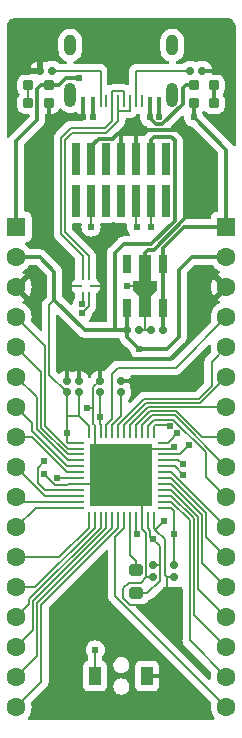
<source format=gtl>
G04 #@! TF.GenerationSoftware,KiCad,Pcbnew,7.0.1*
G04 #@! TF.CreationDate,2023-03-20T20:29:13+09:00*
G04 #@! TF.ProjectId,EB-STM32U575CIU6Q,45422d53-544d-4333-9255-353735434955,V1.0*
G04 #@! TF.SameCoordinates,Original*
G04 #@! TF.FileFunction,Copper,L1,Top*
G04 #@! TF.FilePolarity,Positive*
%FSLAX46Y46*%
G04 Gerber Fmt 4.6, Leading zero omitted, Abs format (unit mm)*
G04 Created by KiCad (PCBNEW 7.0.1) date 2023-03-20 20:29:13*
%MOMM*%
%LPD*%
G01*
G04 APERTURE LIST*
G04 Aperture macros list*
%AMRoundRect*
0 Rectangle with rounded corners*
0 $1 Rounding radius*
0 $2 $3 $4 $5 $6 $7 $8 $9 X,Y pos of 4 corners*
0 Add a 4 corners polygon primitive as box body*
4,1,4,$2,$3,$4,$5,$6,$7,$8,$9,$2,$3,0*
0 Add four circle primitives for the rounded corners*
1,1,$1+$1,$2,$3*
1,1,$1+$1,$4,$5*
1,1,$1+$1,$6,$7*
1,1,$1+$1,$8,$9*
0 Add four rect primitives between the rounded corners*
20,1,$1+$1,$2,$3,$4,$5,0*
20,1,$1+$1,$4,$5,$6,$7,0*
20,1,$1+$1,$6,$7,$8,$9,0*
20,1,$1+$1,$8,$9,$2,$3,0*%
%AMFreePoly0*
4,1,13,0.900000,0.500000,2.600000,0.500000,2.600000,-0.500000,0.900000,-0.500000,0.400000,-1.000000,-0.400000,-1.000000,-0.400000,-0.500000,-2.600000,-0.500000,-2.600000,0.500000,-0.400000,0.500000,-0.400000,1.000000,0.400000,1.000000,0.900000,0.500000,0.900000,0.500000,$1*%
G04 Aperture macros list end*
G04 #@! TA.AperFunction,ComponentPad*
%ADD10O,1.000000X1.800000*%
G04 #@! TD*
G04 #@! TA.AperFunction,ComponentPad*
%ADD11O,1.000000X2.100000*%
G04 #@! TD*
G04 #@! TA.AperFunction,SMDPad,CuDef*
%ADD12R,0.450000X0.940000*%
G04 #@! TD*
G04 #@! TA.AperFunction,SMDPad,CuDef*
%ADD13R,0.150000X1.140000*%
G04 #@! TD*
G04 #@! TA.AperFunction,ComponentPad*
%ADD14R,1.600000X1.600000*%
G04 #@! TD*
G04 #@! TA.AperFunction,ComponentPad*
%ADD15C,1.600000*%
G04 #@! TD*
G04 #@! TA.AperFunction,SMDPad,CuDef*
%ADD16R,0.700000X1.500000*%
G04 #@! TD*
G04 #@! TA.AperFunction,SMDPad,CuDef*
%ADD17FreePoly0,270.000000*%
G04 #@! TD*
G04 #@! TA.AperFunction,SMDPad,CuDef*
%ADD18R,0.650000X2.770000*%
G04 #@! TD*
G04 #@! TA.AperFunction,SMDPad,CuDef*
%ADD19RoundRect,0.250000X-0.350000X0.250000X-0.350000X-0.250000X0.350000X-0.250000X0.350000X0.250000X0*%
G04 #@! TD*
G04 #@! TA.AperFunction,SMDPad,CuDef*
%ADD20RoundRect,0.150000X-0.150000X0.150000X-0.150000X-0.150000X0.150000X-0.150000X0.150000X0.150000X0*%
G04 #@! TD*
G04 #@! TA.AperFunction,SMDPad,CuDef*
%ADD21RoundRect,0.150000X0.150000X-0.150000X0.150000X0.150000X-0.150000X0.150000X-0.150000X-0.150000X0*%
G04 #@! TD*
G04 #@! TA.AperFunction,SMDPad,CuDef*
%ADD22RoundRect,0.200000X0.250000X0.200000X-0.250000X0.200000X-0.250000X-0.200000X0.250000X-0.200000X0*%
G04 #@! TD*
G04 #@! TA.AperFunction,SMDPad,CuDef*
%ADD23R,1.000000X1.600000*%
G04 #@! TD*
G04 #@! TA.AperFunction,SMDPad,CuDef*
%ADD24RoundRect,0.150000X-0.150000X-0.150000X0.150000X-0.150000X0.150000X0.150000X-0.150000X0.150000X0*%
G04 #@! TD*
G04 #@! TA.AperFunction,SMDPad,CuDef*
%ADD25RoundRect,0.200000X-0.250000X-0.200000X0.250000X-0.200000X0.250000X0.200000X-0.250000X0.200000X0*%
G04 #@! TD*
G04 #@! TA.AperFunction,SMDPad,CuDef*
%ADD26RoundRect,0.150000X0.150000X0.150000X-0.150000X0.150000X-0.150000X-0.150000X0.150000X-0.150000X0*%
G04 #@! TD*
G04 #@! TA.AperFunction,SMDPad,CuDef*
%ADD27R,0.200000X0.400000*%
G04 #@! TD*
G04 #@! TA.AperFunction,SMDPad,CuDef*
%ADD28R,0.400000X0.200000*%
G04 #@! TD*
G04 #@! TA.AperFunction,SMDPad,CuDef*
%ADD29R,0.800000X0.150000*%
G04 #@! TD*
G04 #@! TA.AperFunction,SMDPad,CuDef*
%ADD30R,0.150000X0.800000*%
G04 #@! TD*
G04 #@! TA.AperFunction,SMDPad,CuDef*
%ADD31R,5.300000X5.300000*%
G04 #@! TD*
G04 #@! TA.AperFunction,ViaPad*
%ADD32C,0.609600*%
G04 #@! TD*
G04 #@! TA.AperFunction,Conductor*
%ADD33C,0.304800*%
G04 #@! TD*
G04 #@! TA.AperFunction,Conductor*
%ADD34C,0.203200*%
G04 #@! TD*
G04 #@! TA.AperFunction,Conductor*
%ADD35C,0.152400*%
G04 #@! TD*
G04 APERTURE END LIST*
D10*
X4320000Y15400000D03*
D11*
X-4320000Y11220000D03*
D10*
X-4320000Y15400000D03*
D12*
X3200000Y10550000D03*
X2400000Y10550000D03*
D13*
X1250000Y10650000D03*
X250000Y10650000D03*
X-250000Y10650000D03*
X-1250000Y10650000D03*
D12*
X-2400000Y10550000D03*
X-3200000Y10550000D03*
X-3200000Y10550000D03*
X-2400000Y10550000D03*
D13*
X-1750000Y10650000D03*
X-750000Y10650000D03*
X750000Y10650000D03*
X1750000Y10650000D03*
D12*
X2400000Y10550000D03*
X3200000Y10550000D03*
D11*
X4320000Y11220000D03*
D14*
X8890000Y0D03*
D15*
X8890000Y-2540000D03*
X8890000Y-5080000D03*
X8890000Y-7620000D03*
X8890000Y-10160000D03*
X8890000Y-12700000D03*
X8890000Y-15240000D03*
X8890000Y-17780000D03*
X8890000Y-20320000D03*
X8890000Y-22860000D03*
X8890000Y-25400000D03*
X8890000Y-27940000D03*
X8890000Y-30480000D03*
X8890000Y-33020000D03*
X8890000Y-35560000D03*
X8890000Y-38100000D03*
X8890000Y-40640000D03*
D16*
X3500000Y-3150000D03*
D17*
X2000000Y-5000000D03*
D16*
X500000Y-3150000D03*
X500000Y-6850000D03*
X3500000Y-6850000D03*
D18*
X3810000Y5778000D03*
X3810000Y2222000D03*
X2540000Y5778000D03*
X2540000Y2222000D03*
X1270000Y5778000D03*
X1270000Y2222000D03*
X0Y5778000D03*
X0Y2222000D03*
X-1270000Y5778000D03*
X-1270000Y2222000D03*
X-2540000Y5778000D03*
X-2540000Y2222000D03*
X-3810000Y5778000D03*
X-3810000Y2222000D03*
D19*
X1250000Y-29000000D03*
X1250000Y-31000000D03*
D20*
X2700000Y-28650000D03*
X2700000Y-29650000D03*
D21*
X0Y-14000000D03*
X0Y-13000000D03*
D22*
X7850000Y12000000D03*
X6150000Y12000000D03*
D23*
X-2200000Y-38000000D03*
X2200000Y-38000000D03*
D24*
X500000Y-8700000D03*
X1500000Y-8700000D03*
D21*
X-4600000Y-14000000D03*
X-4600000Y-13000000D03*
D24*
X5850000Y13250000D03*
X6850000Y13250000D03*
D20*
X4500000Y-28650000D03*
X4500000Y-29650000D03*
D25*
X6150000Y10500000D03*
X7850000Y10500000D03*
D21*
X-3600000Y-14000000D03*
X-3600000Y-13000000D03*
D14*
X-8890000Y0D03*
D15*
X-8890000Y-2540000D03*
X-8890000Y-5080000D03*
X-8890000Y-7620000D03*
X-8890000Y-10160000D03*
X-8890000Y-12700000D03*
X-8890000Y-15240000D03*
X-8890000Y-17780000D03*
X-8890000Y-20320000D03*
X-8890000Y-22860000D03*
X-8890000Y-25400000D03*
X-8890000Y-27940000D03*
X-8890000Y-30480000D03*
X-8890000Y-33020000D03*
X-8890000Y-35560000D03*
X-8890000Y-38100000D03*
X-8890000Y-40640000D03*
D22*
X-6150000Y12000000D03*
X-7850000Y12000000D03*
D26*
X3500000Y-8700000D03*
X2500000Y-8700000D03*
X-5850000Y13250000D03*
X-6850000Y13250000D03*
D27*
X-3275000Y-4350000D03*
X-2725000Y-4350000D03*
D28*
X-2500000Y-5000000D03*
D27*
X-2725000Y-5650000D03*
X-3275000Y-5650000D03*
D28*
X-3500000Y-5000000D03*
D29*
X-3450000Y-18250000D03*
X-3450000Y-18750000D03*
X-3450000Y-19250000D03*
X-3450000Y-19750000D03*
X-3450000Y-20250000D03*
X-3450000Y-20750000D03*
X-3450000Y-21250000D03*
X-3450000Y-21750000D03*
X-3450000Y-22250000D03*
X-3450000Y-22750000D03*
X-3450000Y-23250000D03*
X-3450000Y-23750000D03*
D30*
X-2750000Y-24450000D03*
X-2250000Y-24450000D03*
X-1750000Y-24450000D03*
X-1250000Y-24450000D03*
X-750000Y-24450000D03*
X-250000Y-24450000D03*
X250000Y-24450000D03*
X750000Y-24450000D03*
X1250000Y-24450000D03*
X1750000Y-24450000D03*
X2250000Y-24450000D03*
X2750000Y-24450000D03*
D29*
X3450000Y-23750000D03*
X3450000Y-23250000D03*
X3450000Y-22750000D03*
X3450000Y-22250000D03*
X3450000Y-21750000D03*
X3450000Y-21250000D03*
X3450000Y-20750000D03*
X3450000Y-20250000D03*
X3450000Y-19750000D03*
X3450000Y-19250000D03*
X3450000Y-18750000D03*
X3450000Y-18250000D03*
D30*
X2750000Y-17550000D03*
X2250000Y-17550000D03*
X1750000Y-17550000D03*
X1250000Y-17550000D03*
X750000Y-17550000D03*
X250000Y-17550000D03*
X-250000Y-17550000D03*
X-750000Y-17550000D03*
X-1250000Y-17550000D03*
X-1750000Y-17550000D03*
X-2250000Y-17550000D03*
D31*
X0Y-21000000D03*
D30*
X-2750000Y-17550000D03*
D22*
X-6150000Y10500000D03*
X-7850000Y10500000D03*
D21*
X-1800000Y-14000000D03*
X-1800000Y-13000000D03*
D32*
X6150000Y9300000D03*
X-3550000Y12650000D03*
X900000Y-13000000D03*
X1000000Y8500000D03*
X-5000000Y-10500000D03*
X8000000Y16000000D03*
X-6500000Y4000000D03*
X5900000Y-12800000D03*
X3600000Y-24900000D03*
X-6500000Y-20900000D03*
X-2900000Y-15300000D03*
X0Y0D03*
X4500000Y-18600000D03*
X4500000Y-31000000D03*
X-5000000Y-40000000D03*
X6500000Y4000000D03*
X3200000Y9300000D03*
X500000Y-5000000D03*
X-1500000Y-10500000D03*
X-3200000Y9300000D03*
X-8000000Y16000000D03*
X-1500000Y-5000000D03*
X5000000Y-40000000D03*
X-6500000Y-19800000D03*
X1550000Y-10350000D03*
X4500000Y-26000000D03*
X4738775Y-17461225D03*
X-4600000Y-17400000D03*
X1350000Y-26000000D03*
X2700000Y-26450000D03*
X-1795700Y-16050000D03*
X-2400000Y9300000D03*
X2400000Y9300000D03*
X2550000Y0D03*
X5738775Y-18461225D03*
X4113775Y-16865100D03*
X1300000Y0D03*
X-2550000Y0D03*
X-5400000Y-21250000D03*
X-2200000Y-35800000D03*
X5239778Y-20960222D03*
X-3300000Y-7300000D03*
X5200000Y-20100000D03*
X-3300000Y-6500000D03*
D33*
X-8890000Y7260000D02*
X-7095200Y9054800D01*
X-5300000Y12000000D02*
X-6150000Y12000000D01*
X3500000Y-6850000D02*
X3500000Y-8700000D01*
X6150000Y10500000D02*
X6150000Y9300000D01*
X8890000Y0D02*
X8890000Y6560000D01*
X-6800000Y12000000D02*
X-6150000Y12000000D01*
X5293156Y0D02*
X3500000Y-1793156D01*
X8890000Y0D02*
X5293156Y0D01*
X-7095200Y11704800D02*
X-6800000Y12000000D01*
X-8890000Y0D02*
X-8890000Y7260000D01*
X8890000Y6560000D02*
X6150000Y9300000D01*
X-4650000Y12650000D02*
X-5300000Y12000000D01*
X3500000Y-1793156D02*
X3500000Y-3150000D01*
X-3550000Y12650000D02*
X-4650000Y12650000D01*
X-7095200Y9054800D02*
X-7095200Y11704800D01*
X3500000Y-3150000D02*
X3500000Y-6850000D01*
X5400000Y753422D02*
X5400000Y7500000D01*
D34*
X3900000Y-29650000D02*
X3900000Y-30650000D01*
X-2354000Y-16696000D02*
X-2354000Y-15300000D01*
D35*
X1750000Y-24450000D02*
X1750000Y-25450000D01*
D33*
X-4600000Y-13000000D02*
X-4600000Y-11750000D01*
X-6150000Y10500000D02*
X-6150000Y9350000D01*
X-330000Y7850000D02*
X-712200Y7467800D01*
D35*
X-2250000Y-17550000D02*
X-2250000Y-18750000D01*
D34*
X3900000Y-30650000D02*
X2550000Y-32000000D01*
D35*
X-3450000Y-21750000D02*
X-750000Y-21750000D01*
D34*
X2770000Y-25517106D02*
X2770000Y-25450000D01*
D33*
X2000000Y-2200000D02*
X2292800Y-1907200D01*
D35*
X3450000Y-18750000D02*
X4350000Y-18750000D01*
X1750000Y-22750000D02*
X0Y-21000000D01*
D34*
X3600000Y-24900000D02*
X2876447Y-25623553D01*
D33*
X2200000Y-38000000D02*
X3700000Y-38000000D01*
X-1500000Y-10500000D02*
X-850000Y-11150000D01*
D35*
X-2250000Y-18750000D02*
X0Y-21000000D01*
X3450000Y-18750000D02*
X2250000Y-18750000D01*
D34*
X2876447Y-25623553D02*
X2770000Y-25517106D01*
D33*
X2080000Y8200000D02*
X1730000Y7850000D01*
D35*
X2750000Y-24450000D02*
X2750000Y-25430000D01*
D33*
X-712200Y7467800D02*
X-1899800Y7467800D01*
D35*
X-750000Y-21750000D02*
X0Y-21000000D01*
D33*
X-1899800Y7467800D02*
X-2540000Y6827600D01*
X6450000Y-8950000D02*
X6450000Y-8800000D01*
X-6100000Y9300000D02*
X-3200000Y9300000D01*
D34*
X-4540000Y-21750000D02*
X-4598800Y-21808800D01*
X2550000Y-32000000D02*
X752894Y-32000000D01*
X2000000Y-5000000D02*
X500000Y-5000000D01*
D33*
X7950000Y13250000D02*
X8000000Y13300000D01*
X8000000Y13300000D02*
X8000000Y16000000D01*
D35*
X2750000Y-25430000D02*
X2770000Y-25450000D01*
D33*
X4700000Y8200000D02*
X2080000Y8200000D01*
X2292800Y-1907200D02*
X2739378Y-1907200D01*
D34*
X2000000Y-8700000D02*
X2500000Y-8700000D01*
D35*
X2250000Y-18750000D02*
X0Y-21000000D01*
D33*
X0Y7850000D02*
X0Y5778000D01*
X-6150000Y9350000D02*
X-6100000Y9300000D01*
X5400000Y7500000D02*
X4700000Y8200000D01*
X-3200000Y10650000D02*
X-3200000Y9300000D01*
D34*
X3900000Y-29650000D02*
X3700000Y-29450000D01*
X2104000Y-25879000D02*
X1750000Y-25525000D01*
D33*
X4250000Y-11150000D02*
X6450000Y-8950000D01*
X-2540000Y6827600D02*
X-2540000Y5778000D01*
X1270000Y5778000D02*
X1270000Y7850000D01*
D34*
X-2500000Y-5000000D02*
X-1500000Y-5000000D01*
X752894Y-32000000D02*
X150000Y-31397106D01*
X1750000Y-25525000D02*
X1750000Y-25450000D01*
D33*
X3200000Y10650000D02*
X3200000Y9300000D01*
X6850000Y13250000D02*
X7950000Y13250000D01*
X1730000Y7850000D02*
X-330000Y7850000D01*
D34*
X2100000Y-29650000D02*
X2700000Y-29650000D01*
D33*
X2000000Y-5000000D02*
X2000000Y-2200000D01*
D34*
X-6500000Y-20940263D02*
X-6500000Y-20900000D01*
D35*
X1750000Y-24450000D02*
X1750000Y-22750000D01*
D34*
X-3500000Y-5000000D02*
X-4500000Y-5000000D01*
D33*
X-1800000Y-13000000D02*
X-1800000Y-11900000D01*
D35*
X-3450000Y-21750000D02*
X-4540000Y-21750000D01*
D33*
X2739378Y-1907200D02*
X5400000Y753422D01*
D34*
X3700000Y-29450000D02*
X3700000Y-26447106D01*
X-2354000Y-13554000D02*
X-1800000Y-13000000D01*
D33*
X-850000Y-11150000D02*
X4250000Y-11150000D01*
D34*
X1500000Y-8700000D02*
X2000000Y-8700000D01*
X2000000Y-5000000D02*
X2000000Y-8700000D01*
X-4598800Y-21808800D02*
X-5631463Y-21808800D01*
D35*
X-2250000Y-17550000D02*
X-2250000Y-16800000D01*
X4350000Y-18750000D02*
X4500000Y-18600000D01*
D34*
X4500000Y-29650000D02*
X3900000Y-29650000D01*
X150000Y-30600000D02*
X650000Y-30100000D01*
X150000Y-31397106D02*
X150000Y-30600000D01*
X2700000Y-29650000D02*
X2104000Y-29650000D01*
D33*
X0Y-13000000D02*
X900000Y-13000000D01*
D34*
X-2250000Y-16800000D02*
X-2354000Y-16696000D01*
X-2354000Y-15300000D02*
X-2354000Y-13554000D01*
D33*
X-3600000Y-13000000D02*
X-3600000Y-11800000D01*
D34*
X650000Y-30100000D02*
X1650000Y-30100000D01*
X1650000Y-30100000D02*
X2100000Y-29650000D01*
X3700000Y-26447106D02*
X2876447Y-25623553D01*
X2104000Y-29650000D02*
X2104000Y-25879000D01*
X-2900000Y-15300000D02*
X-2354000Y-15300000D01*
X-5631463Y-21808800D02*
X-6500000Y-20940263D01*
D33*
X-3100000Y-8700000D02*
X-5650000Y-6150000D01*
X2550000Y-1450000D02*
X200000Y-1450000D01*
D35*
X-3450000Y-18250000D02*
X-4535530Y-18250000D01*
D34*
X-3600000Y-16000000D02*
X-4600000Y-16000000D01*
D33*
X4550000Y7357600D02*
X4550000Y550000D01*
D34*
X-4600000Y-17400000D02*
X-4600000Y-16000000D01*
X-4600000Y-16000000D02*
X-4600000Y-14000000D01*
X-4600000Y-14000000D02*
X-6094400Y-12505600D01*
D33*
X500000Y-8700000D02*
X500000Y-6850000D01*
D34*
X1250000Y-25900000D02*
X1350000Y-26000000D01*
D35*
X-2750000Y-17550000D02*
X-2750000Y-16850000D01*
D34*
X1250000Y-25440000D02*
X1250000Y-25900000D01*
D33*
X500000Y-8700000D02*
X500000Y-9300000D01*
X4900000Y-9300000D02*
X4900000Y-3600000D01*
X2800000Y7650000D02*
X4257600Y7650000D01*
D35*
X1250000Y-24450000D02*
X1250000Y-25440000D01*
D34*
X-4535530Y-18250000D02*
X-4600000Y-18185530D01*
D33*
X4550000Y550000D02*
X2550000Y-1450000D01*
D34*
X4500000Y-24027364D02*
X4500000Y-26000000D01*
X4500000Y-26000000D02*
X4500000Y-28650000D01*
D33*
X200000Y-1450000D02*
X-550000Y-2200000D01*
X1550000Y-10350000D02*
X3850000Y-10350000D01*
X2540000Y5778000D02*
X2540000Y7390000D01*
D34*
X-2750000Y-16850000D02*
X-3600000Y-16000000D01*
D33*
X2540000Y7390000D02*
X2800000Y7650000D01*
D34*
X-6500000Y-19800000D02*
X-7058800Y-20358800D01*
D35*
X-3450000Y-22250000D02*
X-4580000Y-22250000D01*
D34*
X4738775Y-17461225D02*
X4120000Y-18080000D01*
D33*
X-550000Y-8700000D02*
X-3100000Y-8700000D01*
D35*
X3450000Y-23750000D02*
X4222636Y-23750000D01*
D34*
X-6094400Y-12505600D02*
X-6094400Y-6594400D01*
D33*
X-6910000Y-2540000D02*
X-8890000Y-2540000D01*
D34*
X-3600000Y-16000000D02*
X-3600000Y-14000000D01*
X-6457106Y-22250000D02*
X-4580000Y-22250000D01*
D33*
X4900000Y-3600000D02*
X5960000Y-2540000D01*
X500000Y-9300000D02*
X1550000Y-10350000D01*
X3850000Y-10350000D02*
X4900000Y-9300000D01*
X-550000Y-2200000D02*
X-550000Y-8700000D01*
D35*
X3450000Y-18250000D02*
X3950000Y-18250000D01*
D34*
X-7058800Y-20358800D02*
X-7058800Y-21648306D01*
X-4600000Y-18185530D02*
X-4600000Y-17400000D01*
D33*
X-5650000Y-6150000D02*
X-5650000Y-3800000D01*
X-5650000Y-3800000D02*
X-6910000Y-2540000D01*
X5960000Y-2540000D02*
X8890000Y-2540000D01*
X4257600Y7650000D02*
X4550000Y7357600D01*
X500000Y-8700000D02*
X-550000Y-8700000D01*
D34*
X4222636Y-23750000D02*
X4500000Y-24027364D01*
D35*
X3950000Y-18250000D02*
X4120000Y-18080000D01*
D34*
X-6094400Y-6594400D02*
X-5650000Y-6150000D01*
X-7058800Y-21648306D02*
X-6457106Y-22250000D01*
X2250000Y-25522106D02*
X2250000Y-25450000D01*
D35*
X2250000Y-24450000D02*
X2250000Y-25450000D01*
D34*
X2459600Y-26209600D02*
X2459600Y-25731706D01*
X2221342Y-31000000D02*
X3254000Y-29967342D01*
D35*
X-1750000Y-17550000D02*
X-1750000Y-16750000D01*
D34*
X-1750000Y-16750000D02*
X-1800000Y-16700000D01*
X3254000Y-27004000D02*
X2459600Y-26209600D01*
X3254000Y-29967342D02*
X3254000Y-28650000D01*
X2700000Y-28650000D02*
X3254000Y-28650000D01*
X-1800000Y-16700000D02*
X-1800000Y-14000000D01*
X1250000Y-31000000D02*
X2221342Y-31000000D01*
X2459600Y-25731706D02*
X2250000Y-25522106D01*
X3254000Y-28650000D02*
X3254000Y-27004000D01*
X-7850000Y12000000D02*
X-7850000Y10500000D01*
D33*
X7850000Y12000000D02*
X7850000Y10500000D01*
X3490400Y8690400D02*
X5200000Y10400000D01*
X5200000Y10400000D02*
X5200000Y11750000D01*
X2400000Y9300000D02*
X2400000Y10650000D01*
X5450000Y12000000D02*
X6150000Y12000000D01*
X5200000Y11750000D02*
X5450000Y12000000D01*
X2947495Y8690400D02*
X3490400Y8690400D01*
X2400000Y9237895D02*
X2947495Y8690400D01*
X-2400000Y10650000D02*
X-2400000Y9300000D01*
X2400000Y9300000D02*
X2400000Y9237895D01*
D35*
X5850000Y13250000D02*
X1250000Y13250000D01*
X1250000Y13250000D02*
X1250000Y10650000D01*
D34*
X-4250000Y8400000D02*
X-1350000Y8400000D01*
X-5100000Y7550000D02*
X-4250000Y8400000D01*
D35*
X-750000Y10650000D02*
X-750000Y9800000D01*
X250000Y10650000D02*
X250000Y11500000D01*
D34*
X-1350000Y8400000D02*
X-750000Y9000000D01*
X-750000Y9000000D02*
X-750000Y9800000D01*
D35*
X-750000Y11500000D02*
X-750000Y10650000D01*
D34*
X-5100000Y-602894D02*
X-5100000Y7550000D01*
X-3275000Y-2427894D02*
X-5100000Y-602894D01*
D35*
X250000Y11500000D02*
X-750000Y11500000D01*
D34*
X-3275000Y-4350000D02*
X-3275000Y-2427894D01*
D35*
X750000Y10650000D02*
X750000Y9800000D01*
D34*
X-1247106Y8000000D02*
X-250000Y8997106D01*
X-4744400Y7402706D02*
X-4147106Y8000000D01*
D35*
X-250000Y9800000D02*
X-250000Y10650000D01*
X750000Y9800000D02*
X-250000Y9800000D01*
D34*
X-2725000Y-4350000D02*
X-2725000Y-2475000D01*
X-2725000Y-2475000D02*
X-4744400Y-455600D01*
X-250000Y8997106D02*
X-250000Y9800000D01*
X-4147106Y8000000D02*
X-1247106Y8000000D01*
X-4744400Y-455600D02*
X-4744400Y7402706D01*
D35*
X-5850000Y13250000D02*
X-1750000Y13250000D01*
X-1750000Y13250000D02*
X-1750000Y10650000D01*
D34*
X2540000Y10000D02*
X2550000Y0D01*
X2540000Y2222000D02*
X2540000Y10000D01*
X4950000Y-19250000D02*
X4210000Y-19250000D01*
X5738775Y-18461225D02*
X4950000Y-19250000D01*
D35*
X3450000Y-19250000D02*
X4210000Y-19250000D01*
X2750000Y-17550000D02*
X2750000Y-16900000D01*
D34*
X4113775Y-16865100D02*
X4048675Y-16800000D01*
X2850000Y-16800000D02*
X2750000Y-16900000D01*
X1270000Y2222000D02*
X1270000Y30000D01*
X1270000Y30000D02*
X1300000Y0D01*
X4048675Y-16800000D02*
X2850000Y-16800000D01*
X-2200000Y-38000000D02*
X-2200000Y-35800000D01*
X-5400000Y-21250000D02*
X-4530000Y-21250000D01*
D35*
X-3450000Y-21250000D02*
X-4530000Y-21250000D01*
D34*
X-2540000Y10000D02*
X-2550000Y0D01*
X-2540000Y2222000D02*
X-2540000Y10000D01*
X-4538424Y-18750000D02*
X-6450000Y-16838424D01*
X-6450000Y-16838424D02*
X-6450000Y-10050000D01*
X-6460000Y-10050000D02*
X-8890000Y-7620000D01*
D35*
X-3450000Y-18750000D02*
X-4538424Y-18750000D01*
D34*
X-6450000Y-10050000D02*
X-6460000Y-10050000D01*
X-4541318Y-19250000D02*
X-6805600Y-16985718D01*
X-6805600Y-12244400D02*
X-8890000Y-10160000D01*
D35*
X-3450000Y-19250000D02*
X-4541318Y-19250000D01*
D34*
X-6805600Y-16985718D02*
X-6805600Y-12244400D01*
X-4544212Y-19750000D02*
X-7161200Y-17133012D01*
X-7161200Y-17133012D02*
X-7161200Y-14428800D01*
D35*
X-3450000Y-19750000D02*
X-4544212Y-19750000D01*
D34*
X-7161200Y-14428800D02*
X-8890000Y-12700000D01*
X-7516800Y-16613200D02*
X-8890000Y-15240000D01*
X-4547106Y-20250000D02*
X-7516800Y-17280306D01*
X-7516800Y-17280306D02*
X-7516800Y-16613200D01*
D35*
X-3450000Y-20250000D02*
X-4547106Y-20250000D01*
X-3450000Y-20750000D02*
X-4550000Y-20750000D01*
D34*
X-7520000Y-17780000D02*
X-8890000Y-17780000D01*
X-4550000Y-20750000D02*
X-7520000Y-17780000D01*
X-6460000Y-22750000D02*
X-8890000Y-20320000D01*
X-3450000Y-22750000D02*
X-6460000Y-22750000D01*
X-8500000Y-23250000D02*
X-8890000Y-22860000D01*
X-3450000Y-23250000D02*
X-8500000Y-23250000D01*
X-7240000Y-23750000D02*
X-8890000Y-25400000D01*
X-3450000Y-23750000D02*
X-7240000Y-23750000D01*
D35*
X-2750000Y-24450000D02*
X-2750000Y-25450000D01*
D34*
X-2750000Y-25450000D02*
X-5240000Y-27940000D01*
X-5240000Y-27940000D02*
X-8890000Y-27940000D01*
X-2250000Y-25452894D02*
X-7277106Y-30480000D01*
D35*
X-2250000Y-24450000D02*
X-2250000Y-25452894D01*
D34*
X-7277106Y-30480000D02*
X-8890000Y-30480000D01*
D35*
X-1750000Y-24450000D02*
X-1750000Y-25455788D01*
D34*
X-7816800Y-31916800D02*
X-8890000Y-32990000D01*
X-7816800Y-31522588D02*
X-7816800Y-31916800D01*
X-8890000Y-32990000D02*
X-8890000Y-33020000D01*
X-1750000Y-25455788D02*
X-7816800Y-31522588D01*
D35*
X-1250000Y-24450000D02*
X-1250000Y-25458682D01*
D34*
X-1250000Y-25458682D02*
X-7461200Y-31669882D01*
X-7461200Y-31669882D02*
X-7461200Y-34131200D01*
X-7461200Y-34131200D02*
X-8890000Y-35560000D01*
X-7105600Y-31817176D02*
X-7105600Y-36315600D01*
X-750000Y-25461576D02*
X-7105600Y-31817176D01*
X-7105600Y-36315600D02*
X-8890000Y-38100000D01*
D35*
X-750000Y-24450000D02*
X-750000Y-25461576D01*
X-250000Y-24450000D02*
X-250000Y-25464470D01*
D34*
X-250000Y-25464470D02*
X-6750000Y-31964470D01*
X-6750000Y-38500000D02*
X-8890000Y-40640000D01*
X-6750000Y-31964470D02*
X-6750000Y-38500000D01*
X-300000Y-11900000D02*
X4610000Y-11900000D01*
D35*
X-1250000Y-17550000D02*
X-1250000Y-16735530D01*
D34*
X-1250000Y-16735530D02*
X-800000Y-16285530D01*
X4610000Y-11900000D02*
X8890000Y-7620000D01*
X-800000Y-16285530D02*
X-800000Y-12400000D01*
X-800000Y-12400000D02*
X-300000Y-11900000D01*
D35*
X-250000Y-17550000D02*
X-250000Y-16741318D01*
D34*
X1962518Y-14528800D02*
X-250000Y-16741318D01*
X7650000Y-11400000D02*
X7650000Y-13437106D01*
X7650000Y-13437106D02*
X6558306Y-14528800D01*
X8890000Y-10160000D02*
X7650000Y-11400000D01*
X6558306Y-14528800D02*
X1962518Y-14528800D01*
X6705600Y-14884400D02*
X2109812Y-14884400D01*
D35*
X250000Y-17550000D02*
X250000Y-16744212D01*
D34*
X8890000Y-12700000D02*
X6705600Y-14884400D01*
X2109812Y-14884400D02*
X250000Y-16744212D01*
D35*
X750000Y-17550000D02*
X750000Y-16747106D01*
D34*
X2257106Y-15240000D02*
X750000Y-16747106D01*
X8890000Y-15240000D02*
X2257106Y-15240000D01*
X2404400Y-15595600D02*
X1250000Y-16750000D01*
D35*
X1250000Y-17550000D02*
X1250000Y-16750000D01*
D34*
X4668494Y-15595600D02*
X2404400Y-15595600D01*
X8890000Y-17780000D02*
X6852894Y-17780000D01*
X6852894Y-17780000D02*
X4668494Y-15595600D01*
X2598800Y-15951200D02*
X1750000Y-16800000D01*
X8890000Y-20320000D02*
X4521200Y-15951200D01*
D35*
X1750000Y-17550000D02*
X1750000Y-16800000D01*
D34*
X4521200Y-15951200D02*
X2598800Y-15951200D01*
X7150000Y-21120000D02*
X7150000Y-19082894D01*
D35*
X2250000Y-17550000D02*
X2250000Y-16802894D01*
D34*
X4373906Y-16306800D02*
X2746094Y-16306800D01*
X2746094Y-16306800D02*
X2250000Y-16802894D01*
X7150000Y-19082894D02*
X4373906Y-16306800D01*
X8890000Y-22860000D02*
X7150000Y-21120000D01*
X4240000Y-20750000D02*
X8890000Y-25400000D01*
D35*
X3450000Y-20750000D02*
X4240000Y-20750000D01*
D34*
X7216800Y-24229694D02*
X7216800Y-26266800D01*
D35*
X3450000Y-21250000D02*
X4237106Y-21250000D01*
D34*
X7216800Y-26266800D02*
X8890000Y-27940000D01*
X4237106Y-21250000D02*
X7216800Y-24229694D01*
X4234212Y-21750000D02*
X6861200Y-24376988D01*
X6861200Y-28451200D02*
X8890000Y-30480000D01*
D35*
X3450000Y-21750000D02*
X4234212Y-21750000D01*
D34*
X6861200Y-24376988D02*
X6861200Y-28451200D01*
X6505600Y-30635600D02*
X8890000Y-33020000D01*
X6505600Y-24524282D02*
X6505600Y-30635600D01*
D35*
X3450000Y-22250000D02*
X4231318Y-22250000D01*
D34*
X4231318Y-22250000D02*
X6505600Y-24524282D01*
X4228424Y-22750000D02*
X6150000Y-24671576D01*
X6150000Y-32820000D02*
X8890000Y-35560000D01*
X6150000Y-24671576D02*
X6150000Y-32820000D01*
D35*
X3450000Y-22750000D02*
X4228424Y-22750000D01*
D34*
X5794400Y-35004400D02*
X8890000Y-38100000D01*
X4225530Y-23250000D02*
X5794400Y-24818870D01*
D35*
X3450000Y-23250000D02*
X4225530Y-23250000D01*
D34*
X5794400Y-24818870D02*
X5794400Y-35004400D01*
X250000Y-25467364D02*
X-500000Y-26217364D01*
X-500000Y-31250000D02*
X8890000Y-40640000D01*
X-500000Y-26217364D02*
X-500000Y-31250000D01*
D35*
X250000Y-24450000D02*
X250000Y-25467364D01*
D34*
X1250000Y-28250000D02*
X750000Y-27750000D01*
X750000Y-27750000D02*
X750000Y-25450000D01*
X1250000Y-29000000D02*
X1250000Y-28250000D01*
D35*
X750000Y-24450000D02*
X750000Y-25450000D01*
D34*
X-750000Y-16738424D02*
X0Y-15988424D01*
X0Y-15988424D02*
X0Y-14000000D01*
D35*
X-750000Y-17550000D02*
X-750000Y-16738424D01*
D34*
X4529556Y-20250000D02*
X4220000Y-20250000D01*
D35*
X3450000Y-20250000D02*
X4220000Y-20250000D01*
D34*
X-2725000Y-6725000D02*
X-3300000Y-7300000D01*
X-2725000Y-5650000D02*
X-2725000Y-6725000D01*
X5239778Y-20960222D02*
X4529556Y-20250000D01*
X4850000Y-19750000D02*
X4200000Y-19750000D01*
X-3275000Y-6475000D02*
X-3300000Y-6500000D01*
X-3275000Y-5650000D02*
X-3275000Y-6475000D01*
X5200000Y-20100000D02*
X4850000Y-19750000D01*
D35*
X3450000Y-19750000D02*
X4200000Y-19750000D01*
G04 #@! TA.AperFunction,Conductor*
G36*
X-1153215Y-27367112D02*
G01*
X-1115615Y-27411135D01*
X-1102100Y-27467430D01*
X-1102100Y-31202420D01*
X-1103161Y-31218605D01*
X-1107294Y-31250000D01*
X-1103161Y-31281395D01*
X-1103161Y-31281402D01*
X-1102100Y-31289460D01*
X-1093185Y-31357175D01*
X-1086602Y-31407180D01*
X-1025933Y-31553647D01*
X-953651Y-31647847D01*
X-953648Y-31647848D01*
X-941147Y-31664141D01*
X-941147Y-31664142D01*
X-937291Y-31669166D01*
X-929422Y-31679422D01*
X-904284Y-31698710D01*
X-892106Y-31709390D01*
X5498502Y-38100000D01*
X7597580Y-40199078D01*
X7629674Y-40254665D01*
X7629674Y-40318853D01*
X7604364Y-40413310D01*
X7584531Y-40640000D01*
X7604364Y-40866689D01*
X7663261Y-41086497D01*
X7759432Y-41292735D01*
X7889953Y-41479140D01*
X7893832Y-41483019D01*
X7924082Y-41532382D01*
X7928624Y-41590098D01*
X7906469Y-41643585D01*
X7862446Y-41681185D01*
X7806151Y-41694700D01*
X-7806151Y-41694700D01*
X-7862446Y-41681185D01*
X-7906469Y-41643585D01*
X-7928624Y-41590098D01*
X-7924082Y-41532382D01*
X-7893832Y-41483019D01*
X-7889953Y-41479140D01*
X-7759432Y-41292735D01*
X-7663261Y-41086497D01*
X-7604364Y-40866689D01*
X-7584531Y-40640000D01*
X-7604364Y-40413310D01*
X-7629674Y-40318853D01*
X-7629674Y-40254665D01*
X-7597580Y-40199078D01*
X-6357898Y-38959396D01*
X-6345703Y-38948701D01*
X-6320576Y-38929421D01*
X-6296355Y-38897855D01*
X-6296353Y-38897851D01*
X-6296351Y-38897849D01*
X-6296349Y-38897847D01*
X-6224067Y-38803647D01*
X-6163398Y-38657180D01*
X-6163397Y-38657178D01*
X-6163374Y-38656999D01*
X-6163373Y-38656990D01*
X-6146839Y-38531402D01*
X-6146839Y-38531395D01*
X-6142705Y-38500000D01*
X-6146839Y-38468605D01*
X-6147900Y-38452420D01*
X-6147900Y-37152127D01*
X-3200500Y-37152127D01*
X-3200499Y-38847872D01*
X-3194091Y-38907483D01*
X-3143796Y-39042331D01*
X-3057546Y-39157546D01*
X-2942331Y-39243796D01*
X-2807483Y-39294091D01*
X-2747873Y-39300500D01*
X-1652128Y-39300499D01*
X-1592517Y-39294091D01*
X-1457669Y-39243796D01*
X-1342454Y-39157546D01*
X-1256204Y-39042331D01*
X-1233927Y-38982603D01*
X-680300Y-38982603D01*
X-640764Y-39143011D01*
X-633135Y-39157546D01*
X-563988Y-39289293D01*
X-454436Y-39412952D01*
X-318473Y-39506800D01*
X-164002Y-39565384D01*
X-41155Y-39580300D01*
X41154Y-39580300D01*
X41155Y-39580300D01*
X164002Y-39565384D01*
X318473Y-39506800D01*
X454436Y-39412952D01*
X563988Y-39289293D01*
X633135Y-39157546D01*
X640764Y-39143011D01*
X680300Y-38982603D01*
X680300Y-38847824D01*
X1200000Y-38847824D01*
X1206402Y-38907375D01*
X1256647Y-39042089D01*
X1342811Y-39157188D01*
X1457910Y-39243352D01*
X1592624Y-39293597D01*
X1652176Y-39300000D01*
X1900000Y-39300000D01*
X2500000Y-39300000D01*
X2747824Y-39300000D01*
X2807375Y-39293597D01*
X2942089Y-39243352D01*
X3057188Y-39157188D01*
X3143352Y-39042089D01*
X3193597Y-38907375D01*
X3200000Y-38847824D01*
X3200000Y-37152176D01*
X3193597Y-37092624D01*
X3143352Y-36957910D01*
X3057188Y-36842811D01*
X2942089Y-36756647D01*
X2807375Y-36706402D01*
X2747824Y-36700000D01*
X2500000Y-36700000D01*
X1900000Y-36700000D01*
X1652176Y-36700000D01*
X1592624Y-36706402D01*
X1457910Y-36756647D01*
X1342811Y-36842811D01*
X1256647Y-36957910D01*
X1206402Y-37092624D01*
X1200000Y-37152176D01*
X1200000Y-38847824D01*
X680300Y-38847824D01*
X680300Y-38817397D01*
X640764Y-38656988D01*
X579076Y-38539455D01*
X563988Y-38510707D01*
X526689Y-38468605D01*
X454437Y-38387048D01*
X318472Y-38293199D01*
X164002Y-38234616D01*
X164001Y-38234615D01*
X41155Y-38219700D01*
X-41155Y-38219700D01*
X-164001Y-38234615D01*
X-164002Y-38234616D01*
X-318472Y-38293199D01*
X-454437Y-38387048D01*
X-526689Y-38468605D01*
X-563988Y-38510707D01*
X-579076Y-38539455D01*
X-640764Y-38656988D01*
X-680300Y-38817397D01*
X-680300Y-38982603D01*
X-1233927Y-38982603D01*
X-1205909Y-38907483D01*
X-1199500Y-38847873D01*
X-1199500Y-38022177D01*
X-1199500Y-37182603D01*
X-680300Y-37182603D01*
X-640764Y-37343011D01*
X-614337Y-37393360D01*
X-563988Y-37489293D01*
X-454436Y-37612952D01*
X-318473Y-37706800D01*
X-164002Y-37765384D01*
X-41155Y-37780300D01*
X41154Y-37780300D01*
X41155Y-37780300D01*
X164002Y-37765384D01*
X318473Y-37706800D01*
X454436Y-37612952D01*
X563988Y-37489293D01*
X614337Y-37393360D01*
X640764Y-37343011D01*
X680300Y-37182603D01*
X680300Y-37017397D01*
X640764Y-36856988D01*
X563987Y-36710706D01*
X454437Y-36587048D01*
X318472Y-36493199D01*
X164002Y-36434616D01*
X41155Y-36419700D01*
X-41155Y-36419700D01*
X-164002Y-36434616D01*
X-318472Y-36493199D01*
X-454437Y-36587048D01*
X-563987Y-36710706D01*
X-640764Y-36856988D01*
X-680300Y-37017397D01*
X-680300Y-37182603D01*
X-1199500Y-37182603D01*
X-1199500Y-37152130D01*
X-1205909Y-37092515D01*
X-1256204Y-36957669D01*
X-1342454Y-36842454D01*
X-1457668Y-36756204D01*
X-1491404Y-36743621D01*
X-1517235Y-36733987D01*
X-1559470Y-36707549D01*
X-1587888Y-36666619D01*
X-1597900Y-36617806D01*
X-1597900Y-36388129D01*
X-1588461Y-36340676D01*
X-1573044Y-36317604D01*
X-1573841Y-36317104D01*
X-1566408Y-36305275D01*
X-1566407Y-36305274D01*
X-1469858Y-36151618D01*
X-1409922Y-35980330D01*
X-1409921Y-35980329D01*
X-1409921Y-35980327D01*
X-1389603Y-35800000D01*
X-1409921Y-35619672D01*
X-1469858Y-35448382D01*
X-1566408Y-35294724D01*
X-1694724Y-35166408D01*
X-1848382Y-35069858D01*
X-2019672Y-35009921D01*
X-2200000Y-34989603D01*
X-2380327Y-35009921D01*
X-2380329Y-35009921D01*
X-2380330Y-35009922D01*
X-2551618Y-35069858D01*
X-2705274Y-35166407D01*
X-2833593Y-35294726D01*
X-2930142Y-35448382D01*
X-2990078Y-35619670D01*
X-3010396Y-35800000D01*
X-2990078Y-35980330D01*
X-2930142Y-36151618D01*
X-2833593Y-36305274D01*
X-2833590Y-36305276D01*
X-2826159Y-36317104D01*
X-2826955Y-36317604D01*
X-2811539Y-36340676D01*
X-2802100Y-36388129D01*
X-2802100Y-36617806D01*
X-2812112Y-36666619D01*
X-2840530Y-36707549D01*
X-2882764Y-36733987D01*
X-2942331Y-36756204D01*
X-3057546Y-36842454D01*
X-3143796Y-36957669D01*
X-3194091Y-37092517D01*
X-3200500Y-37152127D01*
X-6147900Y-37152127D01*
X-6147900Y-32265230D01*
X-6138461Y-32217777D01*
X-6111581Y-32177549D01*
X-1313781Y-27379749D01*
X-1264418Y-27349499D01*
X-1206702Y-27344957D01*
X-1153215Y-27367112D01*
G37*
G04 #@! TD.AperFunction*
G04 #@! TA.AperFunction,Conductor*
G36*
X5130300Y-30516613D02*
G01*
X5175687Y-30562000D01*
X5192300Y-30624000D01*
X5192300Y-34956820D01*
X5191239Y-34973005D01*
X5187105Y-35004400D01*
X5191239Y-35035795D01*
X5191239Y-35035802D01*
X5192300Y-35043860D01*
X5195723Y-35069858D01*
X5207798Y-35161580D01*
X5268467Y-35308047D01*
X5340749Y-35402247D01*
X5340751Y-35402249D01*
X5340753Y-35402251D01*
X5340755Y-35402255D01*
X5364977Y-35433822D01*
X5390108Y-35453106D01*
X5402302Y-35463800D01*
X7597580Y-37659078D01*
X7629674Y-37714665D01*
X7629674Y-37778853D01*
X7604364Y-37873310D01*
X7584531Y-38100000D01*
X7591562Y-38180368D01*
X7582176Y-38239625D01*
X7546069Y-38287540D01*
X7491694Y-38312896D01*
X7431780Y-38309756D01*
X7380353Y-38278855D01*
X1313678Y-32212180D01*
X1283428Y-32162817D01*
X1278886Y-32105101D01*
X1301041Y-32051614D01*
X1345064Y-32014014D01*
X1401359Y-32000499D01*
X1650009Y-32000499D01*
X1701402Y-31995248D01*
X1752797Y-31989999D01*
X1919334Y-31934814D01*
X2068656Y-31842712D01*
X2192712Y-31718656D01*
X2234008Y-31651702D01*
X2272160Y-31612709D01*
X2323357Y-31593864D01*
X2378522Y-31586602D01*
X2524989Y-31525933D01*
X2575235Y-31487378D01*
X2619189Y-31453651D01*
X2619191Y-31453648D01*
X2650764Y-31429422D01*
X2670052Y-31404284D01*
X2680732Y-31392106D01*
X3536520Y-30536319D01*
X3576749Y-30509439D01*
X3624202Y-30500000D01*
X5068300Y-30500000D01*
X5130300Y-30516613D01*
G37*
G04 #@! TD.AperFunction*
G04 #@! TA.AperFunction,Conductor*
G36*
X7546069Y-9972457D02*
G01*
X7582176Y-10020372D01*
X7591562Y-10079630D01*
X7584531Y-10159998D01*
X7604364Y-10386691D01*
X7629673Y-10481147D01*
X7629673Y-10545334D01*
X7597579Y-10600921D01*
X7257896Y-10940604D01*
X7245703Y-10951298D01*
X7220579Y-10970576D01*
X7212502Y-10981102D01*
X7196351Y-11002150D01*
X7196349Y-11002153D01*
X7151578Y-11060500D01*
X7151577Y-11060501D01*
X7124067Y-11096352D01*
X7063398Y-11242820D01*
X7046839Y-11368598D01*
X7046839Y-11368605D01*
X7042705Y-11399999D01*
X7046839Y-11431395D01*
X7047900Y-11447580D01*
X7047900Y-13136346D01*
X7038461Y-13183799D01*
X7011581Y-13224027D01*
X6345227Y-13890381D01*
X6304999Y-13917261D01*
X6257546Y-13926700D01*
X2010098Y-13926700D01*
X1993913Y-13925639D01*
X1962518Y-13921505D01*
X1931123Y-13925639D01*
X1931107Y-13925640D01*
X1791531Y-13944014D01*
X1778626Y-13953262D01*
X1658869Y-14002867D01*
X1567942Y-14072638D01*
X1567941Y-14072639D01*
X1533095Y-14099377D01*
X1513810Y-14124509D01*
X1503119Y-14136699D01*
X813781Y-14826039D01*
X764418Y-14856289D01*
X706702Y-14860831D01*
X653215Y-14838676D01*
X615615Y-14794653D01*
X602100Y-14738358D01*
X602100Y-14669208D01*
X611539Y-14621755D01*
X638419Y-14581527D01*
X650000Y-14569946D01*
X668081Y-14551865D01*
X751744Y-14410398D01*
X797598Y-14252569D01*
X800500Y-14215694D01*
X800500Y-13784306D01*
X797598Y-13747431D01*
X790837Y-13724161D01*
X751744Y-13589602D01*
X735793Y-13562630D01*
X718525Y-13499508D01*
X735794Y-13436387D01*
X751280Y-13410200D01*
X788049Y-13283641D01*
X800000Y-13263433D01*
X800000Y-12736565D01*
X788050Y-12716359D01*
X771878Y-12660695D01*
X768972Y-12603822D01*
X791793Y-12551648D01*
X835529Y-12515176D01*
X890954Y-12502100D01*
X4562420Y-12502100D01*
X4578604Y-12503160D01*
X4610000Y-12507294D01*
X4641395Y-12503160D01*
X4641408Y-12503160D01*
X4649460Y-12502100D01*
X4767180Y-12486602D01*
X4913647Y-12425933D01*
X4921122Y-12420197D01*
X5007847Y-12353651D01*
X5007847Y-12353649D01*
X5024138Y-12341150D01*
X5024146Y-12341143D01*
X5039422Y-12329422D01*
X5058710Y-12304284D01*
X5069390Y-12292106D01*
X7380355Y-9981141D01*
X7431780Y-9950242D01*
X7491694Y-9947102D01*
X7546069Y-9972457D01*
G37*
G04 #@! TD.AperFunction*
G04 #@! TA.AperFunction,Conductor*
G36*
X138000Y-12766613D02*
G01*
X183387Y-12812000D01*
X200000Y-12874000D01*
X200000Y-13075500D01*
X183387Y-13137500D01*
X138000Y-13182887D01*
X76000Y-13199500D01*
X-73900Y-13199500D01*
X-135900Y-13182887D01*
X-181287Y-13137500D01*
X-197900Y-13075500D01*
X-197900Y-12874000D01*
X-181287Y-12812000D01*
X-135900Y-12766613D01*
X-73900Y-12750000D01*
X76000Y-12750000D01*
X138000Y-12766613D01*
G37*
G04 #@! TD.AperFunction*
G04 #@! TA.AperFunction,Conductor*
G36*
X-5329982Y-7412471D02*
G01*
X-5280618Y-7442721D01*
X-3622316Y-9101022D01*
X-3608935Y-9117725D01*
X-3607068Y-9119477D01*
X-3607066Y-9119482D01*
X-3555799Y-9167623D01*
X-3553098Y-9170240D01*
X-3532625Y-9190715D01*
X-3529106Y-9193443D01*
X-3520239Y-9201015D01*
X-3486815Y-9232405D01*
X-3468113Y-9242686D01*
X-3451859Y-9253362D01*
X-3434994Y-9266445D01*
X-3392921Y-9284650D01*
X-3382442Y-9289783D01*
X-3342259Y-9311876D01*
X-3321591Y-9317182D01*
X-3303181Y-9323485D01*
X-3283601Y-9331959D01*
X-3238313Y-9339130D01*
X-3226883Y-9341498D01*
X-3210567Y-9345687D01*
X-3182481Y-9352900D01*
X-3182480Y-9352900D01*
X-3161139Y-9352900D01*
X-3141741Y-9354426D01*
X-3120671Y-9357764D01*
X-3075028Y-9353449D01*
X-3063362Y-9352900D01*
X-632480Y-9352900D01*
X-623437Y-9352900D01*
X-600203Y-9355096D01*
X-596305Y-9355839D01*
X-591322Y-9356790D01*
X-591321Y-9356789D01*
X-591321Y-9356790D01*
X-553763Y-9354427D01*
X-533385Y-9353144D01*
X-525600Y-9352900D01*
X-508925Y-9352900D01*
X-260727Y-9352900D01*
X-203278Y-9367011D01*
X-158904Y-9406132D01*
X-137705Y-9461359D01*
X-137414Y-9463660D01*
X-120540Y-9506277D01*
X-116756Y-9517328D01*
X-103965Y-9561359D01*
X-93105Y-9579721D01*
X-84542Y-9597200D01*
X-76688Y-9617037D01*
X-49728Y-9654142D01*
X-43336Y-9663873D01*
X-19992Y-9703348D01*
X-4892Y-9718447D01*
X7724Y-9733221D01*
X20274Y-9750493D01*
X55601Y-9779718D01*
X64230Y-9787570D01*
X436658Y-10159998D01*
X723264Y-10446604D01*
X747303Y-10480483D01*
X758803Y-10520401D01*
X759921Y-10530327D01*
X759921Y-10530329D01*
X759922Y-10530330D01*
X819858Y-10701618D01*
X916407Y-10855274D01*
X1044726Y-10983593D01*
X1180502Y-11068907D01*
X1223723Y-11115141D01*
X1238498Y-11176683D01*
X1220977Y-11237500D01*
X1175724Y-11281748D01*
X1114529Y-11297900D01*
X-252414Y-11297900D01*
X-268598Y-11296839D01*
X-271903Y-11296403D01*
X-300000Y-11292704D01*
X-438893Y-11310990D01*
X-457180Y-11313398D01*
X-570990Y-11360540D01*
X-603647Y-11374067D01*
X-697850Y-11446351D01*
X-729422Y-11470577D01*
X-748706Y-11495708D01*
X-759400Y-11507902D01*
X-1192097Y-11940599D01*
X-1204291Y-11951293D01*
X-1229420Y-11970576D01*
X-1229420Y-11970577D01*
X-1229422Y-11970578D01*
X-1248703Y-11995705D01*
X-1310452Y-12076178D01*
X-1310453Y-12076179D01*
X-1325933Y-12096353D01*
X-1337158Y-12123452D01*
X-1364037Y-12163681D01*
X-1404266Y-12190561D01*
X-1451719Y-12200000D01*
X-2100000Y-12200000D01*
X-2101029Y-12201029D01*
X-2154115Y-12232424D01*
X-2210197Y-12248717D01*
X-2351557Y-12332317D01*
X-2467682Y-12448442D01*
X-2551282Y-12589802D01*
X-2580924Y-12691829D01*
X-2613427Y-12746010D01*
X-2668408Y-12777142D01*
X-2731592Y-12777142D01*
X-2786573Y-12746010D01*
X-2819076Y-12691829D01*
X-2848717Y-12589802D01*
X-2932317Y-12448442D01*
X-3048442Y-12332317D01*
X-3189802Y-12248717D01*
X-3245884Y-12232424D01*
X-3298969Y-12201030D01*
X-3299999Y-12200000D01*
X-3300000Y-12200000D01*
X-3900000Y-12200000D01*
X-3901029Y-12201029D01*
X-3954115Y-12232424D01*
X-4010195Y-12248717D01*
X-4036880Y-12264498D01*
X-4100000Y-12281765D01*
X-4163120Y-12264498D01*
X-4189803Y-12248717D01*
X-4245885Y-12232424D01*
X-4298969Y-12201030D01*
X-4299999Y-12200000D01*
X-4300000Y-12200000D01*
X-4900000Y-12200000D01*
X-4901029Y-12201029D01*
X-4954115Y-12232424D01*
X-5010197Y-12248717D01*
X-5151557Y-12332317D01*
X-5196189Y-12376949D01*
X-5251776Y-12409043D01*
X-5315963Y-12409043D01*
X-5371550Y-12376950D01*
X-5455980Y-12292522D01*
X-5482861Y-12252293D01*
X-5492300Y-12204840D01*
X-5492300Y-7530402D01*
X-5478785Y-7474107D01*
X-5441185Y-7430084D01*
X-5387698Y-7407929D01*
X-5329982Y-7412471D01*
G37*
G04 #@! TD.AperFunction*
G04 #@! TA.AperFunction,Conductor*
G36*
X7752254Y-3206911D02*
G01*
X7796572Y-3245777D01*
X7889953Y-3379140D01*
X8050859Y-3540046D01*
X8237264Y-3670567D01*
X8237265Y-3670567D01*
X8237266Y-3670568D01*
X8295865Y-3697893D01*
X8348040Y-3743650D01*
X8367460Y-3810275D01*
X8348041Y-3876900D01*
X8295865Y-3922657D01*
X8237517Y-3949865D01*
X8164526Y-4000973D01*
X9155871Y-4992318D01*
X9187965Y-5047905D01*
X9187965Y-5112093D01*
X9155871Y-5167680D01*
X8164526Y-6159025D01*
X8164526Y-6159026D01*
X8237515Y-6210133D01*
X8295865Y-6237342D01*
X8348040Y-6283099D01*
X8367460Y-6349723D01*
X8348041Y-6416348D01*
X8295866Y-6462105D01*
X8237267Y-6489430D01*
X8050859Y-6619953D01*
X7889953Y-6780859D01*
X7759432Y-6967264D01*
X7663261Y-7173502D01*
X7604364Y-7393310D01*
X7584531Y-7620000D01*
X7604364Y-7846691D01*
X7629673Y-7941147D01*
X7629673Y-8005334D01*
X7597579Y-8060921D01*
X4396921Y-11261581D01*
X4356693Y-11288461D01*
X4309240Y-11297900D01*
X1985471Y-11297900D01*
X1924276Y-11281748D01*
X1879023Y-11237500D01*
X1861502Y-11176682D01*
X1876277Y-11115140D01*
X1919497Y-11068907D01*
X1994299Y-11021905D01*
X2060271Y-11002900D01*
X3764232Y-11002900D01*
X3785506Y-11005248D01*
X3788066Y-11005167D01*
X3788069Y-11005168D01*
X3858303Y-11002961D01*
X3862199Y-11002900D01*
X3891068Y-11002900D01*
X3891075Y-11002900D01*
X3895489Y-11002342D01*
X3907118Y-11001426D01*
X3952948Y-10999987D01*
X3973441Y-10994033D01*
X3992493Y-10990088D01*
X4000616Y-10989061D01*
X4013660Y-10987414D01*
X4056279Y-10970539D01*
X4067328Y-10966756D01*
X4111359Y-10953965D01*
X4129725Y-10943102D01*
X4147200Y-10934542D01*
X4167034Y-10926689D01*
X4167033Y-10926689D01*
X4167037Y-10926688D01*
X4204132Y-10899735D01*
X4213888Y-10893328D01*
X4215005Y-10892667D01*
X4253348Y-10869992D01*
X4268440Y-10854899D01*
X4283227Y-10842269D01*
X4300493Y-10829726D01*
X4329723Y-10794391D01*
X4337567Y-10785771D01*
X5301022Y-9822316D01*
X5317725Y-9808935D01*
X5319477Y-9807068D01*
X5319482Y-9807066D01*
X5367623Y-9755799D01*
X5370240Y-9753098D01*
X5390714Y-9732626D01*
X5393442Y-9729107D01*
X5401016Y-9720239D01*
X5432405Y-9686815D01*
X5442684Y-9668114D01*
X5453362Y-9651860D01*
X5466445Y-9634995D01*
X5484652Y-9592919D01*
X5489786Y-9582438D01*
X5511876Y-9542259D01*
X5517182Y-9521591D01*
X5523480Y-9503192D01*
X5531959Y-9483601D01*
X5539130Y-9438313D01*
X5541499Y-9426880D01*
X5543645Y-9418525D01*
X5552900Y-9382480D01*
X5552900Y-9361139D01*
X5554427Y-9341740D01*
X5555976Y-9331958D01*
X5557764Y-9320671D01*
X5553449Y-9275032D01*
X5552900Y-9263365D01*
X5552900Y-5080000D01*
X7585033Y-5080000D01*
X7604858Y-5306602D01*
X7663733Y-5526326D01*
X7759866Y-5732484D01*
X7810972Y-5805471D01*
X7810974Y-5805472D01*
X8536446Y-5080001D01*
X8536446Y-5080000D01*
X7810973Y-4354526D01*
X7810973Y-4354527D01*
X7759865Y-4427516D01*
X7663733Y-4633672D01*
X7604858Y-4853397D01*
X7585033Y-5080000D01*
X5552900Y-5080000D01*
X5552900Y-3921802D01*
X5562339Y-3874349D01*
X5589219Y-3834121D01*
X6194121Y-3229219D01*
X6234349Y-3202339D01*
X6281802Y-3192900D01*
X7694997Y-3192900D01*
X7752254Y-3206911D01*
G37*
G04 #@! TD.AperFunction*
G04 #@! TA.AperFunction,Conductor*
G36*
X-7184349Y-3202339D02*
G01*
X-7144121Y-3229219D01*
X-6339219Y-4034121D01*
X-6312339Y-4074349D01*
X-6302900Y-4121802D01*
X-6302900Y-5900040D01*
X-6312339Y-5947493D01*
X-6339219Y-5987721D01*
X-6486497Y-6134999D01*
X-6498691Y-6145693D01*
X-6523820Y-6164976D01*
X-6523820Y-6164977D01*
X-6523822Y-6164978D01*
X-6548048Y-6196550D01*
X-6548051Y-6196553D01*
X-6591324Y-6252948D01*
X-6620333Y-6290753D01*
X-6681002Y-6437220D01*
X-6689267Y-6500000D01*
X-6697561Y-6562998D01*
X-6697561Y-6563005D01*
X-6701694Y-6594400D01*
X-6697561Y-6625795D01*
X-6696500Y-6641980D01*
X-6696500Y-8662640D01*
X-6710015Y-8718935D01*
X-6747615Y-8762958D01*
X-6801102Y-8785113D01*
X-6858818Y-8780571D01*
X-6908181Y-8750321D01*
X-7597579Y-8060921D01*
X-7629673Y-8005334D01*
X-7629673Y-7941147D01*
X-7604364Y-7846691D01*
X-7584531Y-7620000D01*
X-7604364Y-7393310D01*
X-7663261Y-7173502D01*
X-7759432Y-6967264D01*
X-7889953Y-6780859D01*
X-8050859Y-6619953D01*
X-8237267Y-6489430D01*
X-8295866Y-6462105D01*
X-8348041Y-6416348D01*
X-8367460Y-6349723D01*
X-8348040Y-6283099D01*
X-8295865Y-6237342D01*
X-8237515Y-6210133D01*
X-8164526Y-6159026D01*
X-8164526Y-6159025D01*
X-9155871Y-5167680D01*
X-9187965Y-5112093D01*
X-9187965Y-5080001D01*
X-8536446Y-5080001D01*
X-7810974Y-5805472D01*
X-7810972Y-5805471D01*
X-7759866Y-5732484D01*
X-7663733Y-5526326D01*
X-7604858Y-5306602D01*
X-7585033Y-5080000D01*
X-7604858Y-4853397D01*
X-7663733Y-4633672D01*
X-7759865Y-4427516D01*
X-7810973Y-4354527D01*
X-7810973Y-4354526D01*
X-8536446Y-5080000D01*
X-8536446Y-5080001D01*
X-9187965Y-5080001D01*
X-9187965Y-5047905D01*
X-9155871Y-4992318D01*
X-8164526Y-4000973D01*
X-8237517Y-3949865D01*
X-8295865Y-3922657D01*
X-8348041Y-3876900D01*
X-8367460Y-3810275D01*
X-8348040Y-3743650D01*
X-8295865Y-3697893D01*
X-8237266Y-3670568D01*
X-8237265Y-3670567D01*
X-8237264Y-3670567D01*
X-8050859Y-3540046D01*
X-7889953Y-3379140D01*
X-7796572Y-3245777D01*
X-7752254Y-3206911D01*
X-7694997Y-3192900D01*
X-7231802Y-3192900D01*
X-7184349Y-3202339D01*
G37*
G04 #@! TD.AperFunction*
G04 #@! TA.AperFunction,Conductor*
G36*
X-608637Y410129D02*
G01*
X-584209Y398972D01*
X-584037Y399435D01*
X-432485Y342909D01*
X-412612Y340772D01*
X-372873Y336500D01*
X-372869Y336500D01*
X372874Y336500D01*
X376959Y336940D01*
X438102Y328028D01*
X487354Y290714D01*
X512483Y234265D01*
X509102Y194481D01*
X511486Y194213D01*
X489603Y0D01*
X509921Y-180327D01*
X509921Y-180329D01*
X509922Y-180330D01*
X569858Y-351618D01*
X666407Y-505274D01*
X666408Y-505275D01*
X746552Y-585419D01*
X776802Y-634782D01*
X781344Y-692498D01*
X759189Y-745985D01*
X715166Y-783585D01*
X658871Y-797100D01*
X285768Y-797100D01*
X264493Y-794751D01*
X191696Y-797039D01*
X187801Y-797100D01*
X158924Y-797100D01*
X154511Y-797657D01*
X142879Y-798572D01*
X97051Y-800012D01*
X76554Y-805967D01*
X57513Y-809910D01*
X36340Y-812586D01*
X36338Y-812586D01*
X36335Y-812587D01*
X-6289Y-829462D01*
X-17337Y-833245D01*
X-41440Y-840248D01*
X-61359Y-846035D01*
X-72502Y-852624D01*
X-79732Y-856900D01*
X-97201Y-865458D01*
X-117037Y-873312D01*
X-154121Y-900255D01*
X-163885Y-906668D01*
X-203344Y-930004D01*
X-203347Y-930007D01*
X-203348Y-930008D01*
X-218440Y-945100D01*
X-233232Y-957733D01*
X-250493Y-970274D01*
X-279719Y-1005601D01*
X-287581Y-1014241D01*
X-951021Y-1677681D01*
X-967728Y-1691066D01*
X-1017590Y-1744163D01*
X-1020301Y-1746960D01*
X-1040710Y-1767369D01*
X-1043430Y-1770876D01*
X-1051024Y-1779768D01*
X-1082404Y-1813184D01*
X-1092681Y-1831877D01*
X-1103364Y-1848140D01*
X-1114029Y-1861891D01*
X-1116445Y-1865005D01*
X-1125768Y-1886550D01*
X-1134652Y-1907078D01*
X-1139791Y-1917569D01*
X-1161877Y-1957743D01*
X-1167184Y-1978412D01*
X-1173484Y-1996816D01*
X-1181959Y-2016399D01*
X-1188907Y-2060274D01*
X-1189129Y-2061677D01*
X-1191496Y-2073108D01*
X-1200791Y-2109308D01*
X-1202900Y-2117521D01*
X-1202900Y-2138861D01*
X-1204426Y-2158258D01*
X-1207764Y-2179329D01*
X-1203450Y-2224966D01*
X-1202900Y-2236635D01*
X-1202900Y-7923100D01*
X-1219513Y-7985100D01*
X-1264900Y-8030487D01*
X-1326900Y-8047100D01*
X-2608871Y-8047100D01*
X-2665166Y-8033585D01*
X-2709189Y-7995985D01*
X-2731344Y-7942498D01*
X-2726802Y-7884782D01*
X-2696552Y-7835419D01*
X-2666408Y-7805275D01*
X-2666407Y-7805274D01*
X-2569858Y-7651618D01*
X-2509922Y-7480330D01*
X-2509921Y-7480329D01*
X-2509921Y-7480327D01*
X-2499680Y-7389436D01*
X-2488180Y-7349518D01*
X-2464141Y-7315639D01*
X-2332898Y-7184396D01*
X-2320703Y-7173701D01*
X-2295576Y-7154421D01*
X-2271355Y-7122855D01*
X-2271353Y-7122851D01*
X-2271351Y-7122849D01*
X-2271348Y-7122846D01*
X-2199067Y-7028647D01*
X-2138398Y-6882180D01*
X-2135990Y-6863893D01*
X-2117704Y-6725000D01*
X-2121839Y-6693600D01*
X-2122900Y-6677414D01*
X-2122900Y-5653687D01*
X-2112888Y-5604873D01*
X-2084467Y-5563941D01*
X-2071054Y-5555545D01*
X-2072184Y-5554037D01*
X-1942811Y-5457188D01*
X-1856647Y-5342089D01*
X-1806402Y-5207375D01*
X-1800000Y-5147824D01*
X-1800000Y-4852176D01*
X-1806402Y-4792624D01*
X-1856647Y-4657910D01*
X-1942811Y-4542811D01*
X-2072184Y-4445963D01*
X-2071054Y-4444454D01*
X-2084467Y-4436059D01*
X-2112888Y-4395127D01*
X-2122900Y-4346313D01*
X-2122900Y-2522586D01*
X-2121839Y-2506400D01*
X-2117704Y-2474999D01*
X-2138398Y-2317820D01*
X-2199067Y-2171352D01*
X-2271348Y-2077154D01*
X-2271351Y-2077150D01*
X-2287917Y-2055561D01*
X-2295580Y-2045575D01*
X-2320709Y-2026292D01*
X-2332899Y-2015601D01*
X-4105981Y-242521D01*
X-4132861Y-202293D01*
X-4142300Y-154840D01*
X-4142300Y212500D01*
X-4125687Y274500D01*
X-4080300Y319887D01*
X-4018300Y336500D01*
X-3460193Y336500D01*
X-3403277Y322666D01*
X-3359061Y284252D01*
X-3337410Y229828D01*
X-3340893Y194481D01*
X-3338514Y194213D01*
X-3340078Y180330D01*
X-3360396Y0D01*
X-3340078Y-180330D01*
X-3280142Y-351618D01*
X-3183593Y-505274D01*
X-3055274Y-633593D01*
X-2901618Y-730142D01*
X-2730330Y-790078D01*
X-2550000Y-810396D01*
X-2369670Y-790078D01*
X-2198382Y-730142D01*
X-2044726Y-633593D01*
X-1916407Y-505274D01*
X-1819858Y-351618D01*
X-1759922Y-180330D01*
X-1759921Y-180329D01*
X-1759921Y-180327D01*
X-1739603Y0D01*
X-1761486Y194213D01*
X-1759107Y194480D01*
X-1762587Y229847D01*
X-1740931Y284262D01*
X-1696716Y322669D01*
X-1639806Y336500D01*
X-897130Y336500D01*
X-837515Y342909D01*
X-685964Y399434D01*
X-685791Y398971D01*
X-661349Y410132D01*
X-608637Y410129D01*
G37*
G04 #@! TD.AperFunction*
G04 #@! TA.AperFunction,Conductor*
G36*
X-5116205Y10040656D02*
G01*
X-5069181Y10006704D01*
X-5030879Y9962087D01*
X-5012867Y9941106D01*
X-4851957Y9816551D01*
X-4669272Y9726940D01*
X-4603608Y9709938D01*
X-4472285Y9675937D01*
X-4451671Y9674891D01*
X-4269062Y9665630D01*
X-4067931Y9696443D01*
X-3904088Y9757123D01*
X-3847554Y9764107D01*
X-3793862Y9745078D01*
X-3754344Y9704051D01*
X-3753491Y9701326D01*
X-3667091Y9636648D01*
X-3532375Y9586402D01*
X-3472824Y9580000D01*
X-3317604Y9580000D01*
X-3251632Y9560994D01*
X-3205884Y9509802D01*
X-3194384Y9442116D01*
X-3210396Y9300000D01*
X-3192367Y9139984D01*
X-3203867Y9072298D01*
X-3249615Y9021106D01*
X-3315587Y9002100D01*
X-4202414Y9002100D01*
X-4218598Y9003160D01*
X-4250000Y9007295D01*
X-4407180Y8986602D01*
X-4553647Y8925934D01*
X-4647846Y8853652D01*
X-4647847Y8853650D01*
X-4661348Y8843291D01*
X-4661349Y8843288D01*
X-4679422Y8829422D01*
X-4698710Y8804284D01*
X-4709390Y8792106D01*
X-5492107Y8009389D01*
X-5504292Y7998703D01*
X-5529422Y7979422D01*
X-5553648Y7947849D01*
X-5553651Y7947847D01*
X-5601200Y7885880D01*
X-5625933Y7853647D01*
X-5686602Y7707180D01*
X-5695799Y7637321D01*
X-5703161Y7581402D01*
X-5703161Y7581395D01*
X-5707294Y7550000D01*
X-5703161Y7518605D01*
X-5702100Y7502420D01*
X-5702100Y-555314D01*
X-5703161Y-571499D01*
X-5707294Y-602894D01*
X-5703161Y-634289D01*
X-5703161Y-634296D01*
X-5702100Y-642354D01*
X-5690228Y-732533D01*
X-5686602Y-760074D01*
X-5625933Y-906541D01*
X-5553651Y-1000741D01*
X-5553648Y-1000742D01*
X-5541147Y-1017035D01*
X-5541147Y-1017036D01*
X-5537291Y-1022060D01*
X-5529422Y-1032316D01*
X-5504284Y-1051604D01*
X-5492106Y-1062284D01*
X-4261877Y-2292515D01*
X-3913419Y-2640973D01*
X-3886539Y-2681201D01*
X-3877100Y-2728654D01*
X-3877100Y-4346313D01*
X-3887118Y-4395139D01*
X-3915552Y-4436077D01*
X-3928945Y-4444455D01*
X-3927817Y-4445963D01*
X-4057188Y-4542810D01*
X-4143352Y-4657910D01*
X-4193597Y-4792624D01*
X-4200000Y-4852176D01*
X-4200000Y-5147824D01*
X-4193597Y-5207375D01*
X-4143352Y-5342089D01*
X-4057188Y-5457189D01*
X-3927816Y-5554038D01*
X-3928945Y-5555546D01*
X-3915533Y-5563942D01*
X-3887112Y-5604874D01*
X-3877100Y-5653688D01*
X-3877100Y-5886871D01*
X-3886539Y-5934324D01*
X-3913419Y-5974552D01*
X-3933593Y-5994726D01*
X-4030142Y-6148382D01*
X-4090078Y-6319670D01*
X-4106126Y-6462105D01*
X-4108529Y-6483430D01*
X-4134802Y-6546859D01*
X-4190794Y-6586588D01*
X-4259341Y-6590438D01*
X-4319430Y-6557228D01*
X-4960781Y-5915879D01*
X-4987661Y-5875651D01*
X-4997100Y-5828198D01*
X-4997100Y-3885768D01*
X-4994751Y-3864493D01*
X-4997039Y-3791696D01*
X-4997100Y-3787801D01*
X-4997100Y-3758924D01*
X-4997657Y-3754511D01*
X-4998572Y-3742879D01*
X-5000012Y-3697051D01*
X-5005967Y-3676554D01*
X-5009911Y-3657511D01*
X-5012586Y-3636338D01*
X-5029461Y-3593715D01*
X-5033242Y-3582669D01*
X-5046033Y-3538643D01*
X-5056901Y-3520266D01*
X-5065455Y-3502803D01*
X-5073310Y-3482964D01*
X-5100257Y-3445875D01*
X-5106669Y-3436115D01*
X-5130009Y-3396651D01*
X-5145098Y-3381561D01*
X-5157728Y-3366773D01*
X-5170274Y-3349505D01*
X-5205595Y-3320285D01*
X-5214234Y-3312424D01*
X-6387682Y-2138976D01*
X-6401067Y-2122269D01*
X-6454165Y-2072407D01*
X-6456958Y-2069701D01*
X-6477378Y-2049282D01*
X-6480891Y-2046557D01*
X-6489762Y-2038980D01*
X-6523187Y-2007592D01*
X-6541884Y-1997313D01*
X-6558137Y-1986638D01*
X-6575006Y-1973554D01*
X-6617080Y-1955346D01*
X-6627567Y-1950209D01*
X-6667742Y-1928123D01*
X-6688414Y-1922815D01*
X-6706814Y-1916515D01*
X-6726398Y-1908040D01*
X-6771678Y-1900869D01*
X-6783111Y-1898501D01*
X-6827520Y-1887100D01*
X-6827521Y-1887100D01*
X-6848861Y-1887100D01*
X-6868258Y-1885573D01*
X-6873449Y-1884751D01*
X-6889327Y-1882236D01*
X-6889328Y-1882236D01*
X-6934967Y-1886550D01*
X-6946635Y-1887100D01*
X-7694997Y-1887100D01*
X-7752254Y-1873089D01*
X-7796572Y-1834223D01*
X-7889953Y-1700859D01*
X-8050861Y-1539951D01*
X-8075463Y-1522725D01*
X-8114600Y-1477882D01*
X-8128333Y-1419969D01*
X-8113499Y-1362328D01*
X-8073514Y-1318239D01*
X-8017593Y-1297861D01*
X-7982517Y-1294091D01*
X-7847669Y-1243796D01*
X-7732454Y-1157546D01*
X-7646204Y-1042331D01*
X-7595909Y-907483D01*
X-7589500Y-847873D01*
X-7589500Y-154840D01*
X-7589500Y847869D01*
X-7595909Y907484D01*
X-7646204Y1042330D01*
X-7646204Y1042331D01*
X-7732454Y1157546D01*
X-7847669Y1243796D01*
X-7982517Y1294091D01*
X-8042127Y1300500D01*
X-8042131Y1300500D01*
X-8113100Y1300500D01*
X-8175100Y1317113D01*
X-8220487Y1362500D01*
X-8237100Y1424500D01*
X-8237100Y6938198D01*
X-8227661Y6985651D01*
X-8200781Y7025879D01*
X-6694176Y8532482D01*
X-6677469Y8545867D01*
X-6627607Y8598965D01*
X-6624901Y8601758D01*
X-6604481Y8622179D01*
X-6601756Y8625692D01*
X-6594179Y8634563D01*
X-6562794Y8667985D01*
X-6552512Y8686687D01*
X-6541835Y8702941D01*
X-6528755Y8719804D01*
X-6510547Y8761880D01*
X-6505409Y8772368D01*
X-6483323Y8812542D01*
X-6478015Y8833214D01*
X-6471715Y8851615D01*
X-6463240Y8871199D01*
X-6456069Y8916476D01*
X-6453701Y8927912D01*
X-6442300Y8972320D01*
X-6442300Y8993655D01*
X-6440773Y9013054D01*
X-6437435Y9034127D01*
X-6437666Y9036566D01*
X-6441750Y9079778D01*
X-6442300Y9091446D01*
X-6442300Y9476000D01*
X-6425687Y9538000D01*
X-6380300Y9583387D01*
X-6318300Y9600000D01*
X-5783926Y9600000D01*
X-5773780Y9606133D01*
X-5610602Y9656981D01*
X-5465124Y9744925D01*
X-5344925Y9865124D01*
X-5269384Y9990084D01*
X-5228602Y10031326D01*
X-5173526Y10049509D01*
X-5116205Y10040656D01*
G37*
G04 #@! TD.AperFunction*
G04 #@! TA.AperFunction,Conductor*
G36*
X5296332Y9413352D02*
G01*
X5331950Y9364330D01*
X5340086Y9304283D01*
X5339603Y9299999D01*
X5359921Y9119672D01*
X5419858Y8948382D01*
X5516408Y8794724D01*
X5644724Y8666408D01*
X5761855Y8592809D01*
X5798382Y8569858D01*
X5905197Y8532482D01*
X5969673Y8509921D01*
X5979597Y8508803D01*
X6019515Y8497303D01*
X6053394Y8473264D01*
X8200781Y6325879D01*
X8227661Y6285651D01*
X8237100Y6238198D01*
X8237100Y1424499D01*
X8220487Y1362499D01*
X8175100Y1317112D01*
X8113100Y1300499D01*
X8042128Y1300499D01*
X7982517Y1294091D01*
X7847669Y1243796D01*
X7732454Y1157546D01*
X7646204Y1042331D01*
X7595909Y907483D01*
X7589500Y847869D01*
X7589500Y776900D01*
X7572887Y714900D01*
X7527500Y669513D01*
X7465500Y652900D01*
X5378930Y652900D01*
X5357649Y655249D01*
X5355089Y655168D01*
X5355088Y655169D01*
X5330794Y654405D01*
X5267163Y669681D01*
X5220168Y715222D01*
X5202900Y778344D01*
X5202900Y7271832D01*
X5205248Y7293106D01*
X5205167Y7295666D01*
X5205168Y7295669D01*
X5202961Y7365904D01*
X5202900Y7369799D01*
X5202900Y7398668D01*
X5202900Y7398675D01*
X5202342Y7403089D01*
X5201426Y7414727D01*
X5200519Y7443601D01*
X5199987Y7460548D01*
X5194033Y7481041D01*
X5190088Y7500093D01*
X5187414Y7521259D01*
X5176034Y7550000D01*
X5170539Y7563879D01*
X5166754Y7574935D01*
X5165650Y7578735D01*
X5153965Y7618959D01*
X5143102Y7637325D01*
X5134542Y7654800D01*
X5126689Y7674634D01*
X5126688Y7674637D01*
X5099735Y7711732D01*
X5093328Y7721488D01*
X5091254Y7724995D01*
X5069992Y7760948D01*
X5054899Y7776040D01*
X5042269Y7790827D01*
X5029726Y7808093D01*
X4994391Y7837323D01*
X4985771Y7845167D01*
X4779916Y8051022D01*
X4766535Y8067725D01*
X4764668Y8069477D01*
X4764666Y8069482D01*
X4713399Y8117623D01*
X4710698Y8120240D01*
X4690226Y8140714D01*
X4686707Y8143442D01*
X4677839Y8151016D01*
X4644415Y8182405D01*
X4625714Y8192684D01*
X4609460Y8203362D01*
X4592595Y8216445D01*
X4550519Y8234652D01*
X4540038Y8239786D01*
X4499859Y8261876D01*
X4479191Y8267182D01*
X4460792Y8273480D01*
X4441201Y8281959D01*
X4395913Y8289130D01*
X4384483Y8291498D01*
X4368167Y8295687D01*
X4340081Y8302900D01*
X4340080Y8302900D01*
X4325602Y8302900D01*
X4269307Y8316415D01*
X4225284Y8354015D01*
X4203129Y8407502D01*
X4207671Y8465218D01*
X4237921Y8514581D01*
X5129184Y9405844D01*
X5181202Y9436924D01*
X5241737Y9439643D01*
X5296332Y9413352D01*
G37*
G04 #@! TD.AperFunction*
G04 #@! TA.AperFunction,Conductor*
G36*
X9006060Y17694103D02*
G01*
X9022366Y17692497D01*
X9123377Y17682548D01*
X9147217Y17677806D01*
X9200689Y17661585D01*
X9254165Y17645363D01*
X9276620Y17636062D01*
X9375183Y17583379D01*
X9395395Y17569874D01*
X9481786Y17498974D01*
X9498974Y17481786D01*
X9569874Y17395395D01*
X9583379Y17375183D01*
X9636062Y17276620D01*
X9645365Y17254162D01*
X9677806Y17147217D01*
X9682548Y17123377D01*
X9694103Y17006063D01*
X9694700Y16993908D01*
X9694700Y6944839D01*
X9679362Y6885102D01*
X9637144Y6840143D01*
X9578489Y6821084D01*
X9517906Y6832639D01*
X9470384Y6871950D01*
X9460828Y6885102D01*
X9439735Y6914132D01*
X9433328Y6923888D01*
X9420938Y6944839D01*
X9409992Y6963348D01*
X9394899Y6978440D01*
X9382269Y6993227D01*
X9369726Y7010493D01*
X9334391Y7039723D01*
X9325771Y7047567D01*
X6976732Y9396606D01*
X6952695Y9430485D01*
X6941196Y9470398D01*
X6940078Y9480330D01*
X6880142Y9651618D01*
X6879556Y9652550D01*
X6861327Y9704635D01*
X6867503Y9759477D01*
X6896865Y9806207D01*
X6912319Y9821661D01*
X6967906Y9853755D01*
X7032094Y9853755D01*
X7087681Y9821661D01*
X7164813Y9744528D01*
X7310392Y9656523D01*
X7310394Y9656522D01*
X7374173Y9636648D01*
X7472806Y9605913D01*
X7543383Y9599500D01*
X7543384Y9599500D01*
X8156616Y9599500D01*
X8156617Y9599500D01*
X8227193Y9605913D01*
X8243810Y9611091D01*
X8389606Y9656522D01*
X8469194Y9704635D01*
X8535186Y9744528D01*
X8655471Y9864813D01*
X8701591Y9941105D01*
X8743478Y10010394D01*
X8794086Y10172804D01*
X8800500Y10243384D01*
X8800500Y10756616D01*
X8794086Y10827196D01*
X8743478Y10989606D01*
X8655472Y11135185D01*
X8655470Y11135186D01*
X8628339Y11162319D01*
X8596245Y11217906D01*
X8596245Y11282094D01*
X8628339Y11337681D01*
X8655471Y11364813D01*
X8699999Y11438472D01*
X8743478Y11510394D01*
X8794086Y11672804D01*
X8800500Y11743384D01*
X8800500Y12256616D01*
X8794086Y12327196D01*
X8743478Y12489606D01*
X8655472Y12635185D01*
X8535185Y12755472D01*
X8389606Y12843478D01*
X8227196Y12894086D01*
X8174261Y12898896D01*
X8156617Y12900500D01*
X8156616Y12900500D01*
X7774000Y12900500D01*
X7712000Y12917113D01*
X7666613Y12962500D01*
X7650000Y13024500D01*
X7650000Y13549999D01*
X7650000Y13550000D01*
X7649999Y13550000D01*
X7648971Y13551028D01*
X7617574Y13604117D01*
X7601281Y13660199D01*
X7517682Y13801557D01*
X7401557Y13917682D01*
X7260199Y14001281D01*
X7133641Y14038049D01*
X7113433Y14050000D01*
X7100000Y14050000D01*
X6600000Y14050000D01*
X6586566Y14050000D01*
X6566358Y14038049D01*
X6439800Y14001281D01*
X6413611Y13985793D01*
X6350489Y13968525D01*
X6287368Y13985794D01*
X6260398Y14001744D01*
X6102569Y14047598D01*
X6065694Y14050500D01*
X5634306Y14050500D01*
X5597431Y14047598D01*
X5597427Y14047597D01*
X5454034Y14005937D01*
X5439602Y14001744D01*
X5298135Y13918081D01*
X5298134Y13918080D01*
X5243073Y13863019D01*
X5202845Y13836139D01*
X5155392Y13826700D01*
X4724592Y13826700D01*
X4659000Y13845468D01*
X4613264Y13896091D01*
X4601228Y13963245D01*
X4626536Y14026601D01*
X4681526Y14066981D01*
X4762886Y14097113D01*
X4935568Y14204745D01*
X4945747Y14214421D01*
X5083053Y14344941D01*
X5199295Y14511951D01*
X5279540Y14698942D01*
X5320500Y14898259D01*
X5320500Y15850742D01*
X5305074Y16002438D01*
X5244159Y16196588D01*
X5145409Y16374502D01*
X5012866Y16528895D01*
X4851958Y16653448D01*
X4669271Y16743060D01*
X4472285Y16794063D01*
X4269064Y16804369D01*
X4269063Y16804368D01*
X4269062Y16804369D01*
X4067928Y16773556D01*
X3877113Y16702886D01*
X3704431Y16595254D01*
X3704429Y16595252D01*
X3556947Y16455059D01*
X3440705Y16288049D01*
X3360460Y16101058D01*
X3340194Y16002438D01*
X3319500Y15901739D01*
X3319500Y14949260D01*
X3334926Y14797559D01*
X3395841Y14603412D01*
X3494589Y14425500D01*
X3627135Y14271104D01*
X3788042Y14146551D01*
X3920044Y14081802D01*
X3960357Y14062027D01*
X4009629Y14018411D01*
X4029646Y13955725D01*
X4014771Y13891625D01*
X3969193Y13844160D01*
X3905748Y13826700D01*
X1295923Y13826700D01*
X1279738Y13827760D01*
X1250000Y13831676D01*
X1249999Y13831675D01*
X1249999Y13831676D01*
X1231101Y13829187D01*
X1212203Y13826700D01*
X1099451Y13811856D01*
X959162Y13753746D01*
X959161Y13753745D01*
X838692Y13661307D01*
X754073Y13551028D01*
X746254Y13540838D01*
X715128Y13465692D01*
X688144Y13400548D01*
X668323Y13250000D01*
X672239Y13220263D01*
X673300Y13204077D01*
X673300Y12134458D01*
X658658Y12076005D01*
X618191Y12031356D01*
X561454Y12011055D01*
X501847Y12019897D01*
X474182Y12031356D01*
X400549Y12061856D01*
X287797Y12076700D01*
X250000Y12081676D01*
X220261Y12077760D01*
X204077Y12076700D01*
X-704077Y12076700D01*
X-720261Y12077760D01*
X-750000Y12081676D01*
X-787797Y12076700D01*
X-900549Y12061856D01*
X-974182Y12031356D01*
X-1001847Y12019897D01*
X-1061454Y12011055D01*
X-1118191Y12031356D01*
X-1158658Y12076005D01*
X-1173300Y12134458D01*
X-1173300Y13204077D01*
X-1172239Y13220263D01*
X-1168323Y13250000D01*
X-1188144Y13400548D01*
X-1215128Y13465692D01*
X-1246254Y13540838D01*
X-1254073Y13551028D01*
X-1338692Y13661307D01*
X-1459161Y13753745D01*
X-1459162Y13753746D01*
X-1599451Y13811856D01*
X-1712203Y13826700D01*
X-1731101Y13829187D01*
X-1749999Y13831676D01*
X-1749999Y13831675D01*
X-1750000Y13831676D01*
X-1779738Y13827760D01*
X-1795923Y13826700D01*
X-3915408Y13826700D01*
X-3981000Y13845468D01*
X-4026736Y13896091D01*
X-4038772Y13963245D01*
X-4013464Y14026601D01*
X-3958474Y14066981D01*
X-3877113Y14097113D01*
X-3704431Y14204745D01*
X-3628991Y14276456D01*
X-3556947Y14344941D01*
X-3500876Y14425500D01*
X-3440705Y14511950D01*
X-3360460Y14698941D01*
X-3340194Y14797559D01*
X-3319500Y14898259D01*
X-3319500Y15850742D01*
X-3334926Y16002438D01*
X-3334926Y16002440D01*
X-3395841Y16196587D01*
X-3395841Y16196588D01*
X-3494591Y16374502D01*
X-3627134Y16528895D01*
X-3788042Y16653448D01*
X-3970729Y16743060D01*
X-4167715Y16794063D01*
X-4370936Y16804369D01*
X-4370936Y16804368D01*
X-4370937Y16804369D01*
X-4572070Y16773556D01*
X-4572071Y16773556D01*
X-4762887Y16702886D01*
X-4935571Y16595252D01*
X-5083053Y16455059D01*
X-5199295Y16288049D01*
X-5279540Y16101058D01*
X-5320500Y15901741D01*
X-5320500Y14949258D01*
X-5305074Y14797562D01*
X-5244159Y14603412D01*
X-5145409Y14425498D01*
X-5012866Y14271105D01*
X-4898923Y14182906D01*
X-4851957Y14146551D01*
X-4744222Y14093705D01*
X-4679642Y14062027D01*
X-4630371Y14018411D01*
X-4610354Y13955725D01*
X-4625229Y13891625D01*
X-4670807Y13844160D01*
X-4734252Y13826700D01*
X-5155392Y13826700D01*
X-5202845Y13836139D01*
X-5243073Y13863019D01*
X-5298134Y13918080D01*
X-5298135Y13918081D01*
X-5439602Y14001744D01*
X-5454034Y14005937D01*
X-5597427Y14047597D01*
X-5597431Y14047598D01*
X-5634306Y14050500D01*
X-6065694Y14050500D01*
X-6102569Y14047598D01*
X-6260398Y14001744D01*
X-6287368Y13985794D01*
X-6350489Y13968525D01*
X-6413611Y13985793D01*
X-6439799Y14001280D01*
X-6597511Y14047099D01*
X-6599999Y14047295D01*
X-6600000Y14047295D01*
X-6600000Y13684048D01*
X-6604924Y13649453D01*
X-6647598Y13502569D01*
X-6650500Y13465694D01*
X-6650500Y13465692D01*
X-6650500Y13124000D01*
X-6667113Y13062000D01*
X-6712500Y13016613D01*
X-6774500Y13000000D01*
X-7647295Y13000000D01*
X-7659403Y12986900D01*
X-7663124Y12968202D01*
X-7708819Y12918772D01*
X-7773607Y12900500D01*
X-8156617Y12900500D01*
X-8174261Y12898896D01*
X-8227196Y12894086D01*
X-8389606Y12843478D01*
X-8535185Y12755472D01*
X-8655472Y12635185D01*
X-8743478Y12489606D01*
X-8794086Y12327196D01*
X-8800500Y12256616D01*
X-8800500Y11743384D01*
X-8794086Y11672804D01*
X-8743478Y11510394D01*
X-8699999Y11438472D01*
X-8655471Y11364813D01*
X-8628339Y11337681D01*
X-8596245Y11282094D01*
X-8596245Y11217906D01*
X-8628339Y11162319D01*
X-8655470Y11135186D01*
X-8655472Y11135185D01*
X-8743478Y10989606D01*
X-8794086Y10827196D01*
X-8800500Y10756616D01*
X-8800500Y10243384D01*
X-8794086Y10172804D01*
X-8743478Y10010394D01*
X-8701591Y9941105D01*
X-8655471Y9864813D01*
X-8535186Y9744528D01*
X-8469194Y9704635D01*
X-8389606Y9656522D01*
X-8243810Y9611091D01*
X-8227193Y9605913D01*
X-8156617Y9599500D01*
X-8156616Y9599500D01*
X-7872100Y9599500D01*
X-7810100Y9582887D01*
X-7764713Y9537500D01*
X-7748100Y9475500D01*
X-7748100Y9376602D01*
X-7757539Y9329149D01*
X-7784419Y9288921D01*
X-9291022Y7782316D01*
X-9307725Y7768935D01*
X-9309477Y7767068D01*
X-9309482Y7767066D01*
X-9357623Y7715799D01*
X-9360240Y7713098D01*
X-9380714Y7692626D01*
X-9383442Y7689107D01*
X-9391016Y7680239D01*
X-9422405Y7646815D01*
X-9432684Y7628114D01*
X-9443362Y7611860D01*
X-9456445Y7594995D01*
X-9456898Y7593947D01*
X-9465050Y7583901D01*
X-9466050Y7582613D01*
X-9466078Y7582634D01*
X-9499079Y7541968D01*
X-9562135Y7519489D01*
X-9627687Y7533064D01*
X-9676630Y7578735D01*
X-9694700Y7643193D01*
X-9694700Y13500000D01*
X-7647295Y13500000D01*
X-7100000Y13500000D01*
X-7100000Y14047295D01*
X-7102488Y14047099D01*
X-7260200Y14001280D01*
X-7401557Y13917682D01*
X-7517682Y13801557D01*
X-7601280Y13660200D01*
X-7647099Y13502488D01*
X-7647295Y13500000D01*
X-9694700Y13500000D01*
X-9694700Y16993908D01*
X-9694103Y17006063D01*
X-9682548Y17123378D01*
X-9677806Y17147218D01*
X-9645365Y17254162D01*
X-9636062Y17276620D01*
X-9583379Y17375183D01*
X-9569874Y17395395D01*
X-9498974Y17481786D01*
X-9481786Y17498974D01*
X-9395395Y17569874D01*
X-9375183Y17583379D01*
X-9276620Y17636062D01*
X-9254165Y17645363D01*
X-9200690Y17661585D01*
X-9147218Y17677806D01*
X-9123378Y17682548D01*
X-9022048Y17692528D01*
X-9006060Y17694103D01*
X-8993908Y17694700D01*
X-8951645Y17694700D01*
X8951645Y17694700D01*
X8993908Y17694700D01*
X9006060Y17694103D01*
G37*
G04 #@! TD.AperFunction*
G04 #@! TA.AperFunction,Conductor*
G36*
X1560619Y9570621D02*
G01*
X1598617Y9520927D01*
X1607519Y9459008D01*
X1589603Y9300000D01*
X1609921Y9119672D01*
X1669858Y8948382D01*
X1766408Y8794724D01*
X1894724Y8666408D01*
X2048384Y8569856D01*
X2169825Y8527362D01*
X2216551Y8498002D01*
X2382925Y8331628D01*
X2415019Y8276041D01*
X2415019Y8211853D01*
X2382925Y8156266D01*
X2381560Y8154901D01*
X2366764Y8142264D01*
X2364630Y8140713D01*
X2349506Y8129725D01*
X2320289Y8094408D01*
X2312427Y8085768D01*
X2225360Y7998700D01*
X2138978Y7912318D01*
X2122273Y7898935D01*
X2072409Y7845836D01*
X2069698Y7843039D01*
X2049284Y7822625D01*
X2046560Y7819113D01*
X2038973Y7810229D01*
X2007594Y7776814D01*
X2000693Y7764261D01*
X1955152Y7717268D01*
X1892032Y7700000D01*
X-396246Y7700000D01*
X-452541Y7713515D01*
X-496564Y7751115D01*
X-518719Y7804602D01*
X-514177Y7862318D01*
X-483927Y7911681D01*
X142097Y8537705D01*
X154291Y8548399D01*
X179420Y8567682D01*
X181089Y8569856D01*
X198701Y8592809D01*
X198704Y8592812D01*
X198704Y8592813D01*
X203648Y8599256D01*
X203652Y8599260D01*
X275933Y8693459D01*
X336602Y8839926D01*
X357295Y8997106D01*
X353160Y9028507D01*
X352100Y9044692D01*
X352100Y9099300D01*
X368713Y9161300D01*
X414100Y9206687D01*
X476100Y9223300D01*
X704077Y9223300D01*
X720261Y9222239D01*
X723072Y9221869D01*
X750000Y9218323D01*
X883033Y9235838D01*
X900549Y9238144D01*
X1040838Y9296254D01*
X1051302Y9304283D01*
X1161307Y9388692D01*
X1263684Y9522113D01*
X1263877Y9521964D01*
X1278050Y9543177D01*
X1318276Y9570058D01*
X1365726Y9579500D01*
X1372865Y9579500D01*
X1432485Y9585909D01*
X1440967Y9589073D01*
X1503198Y9595442D01*
X1560619Y9570621D01*
G37*
G04 #@! TD.AperFunction*
M02*

</source>
